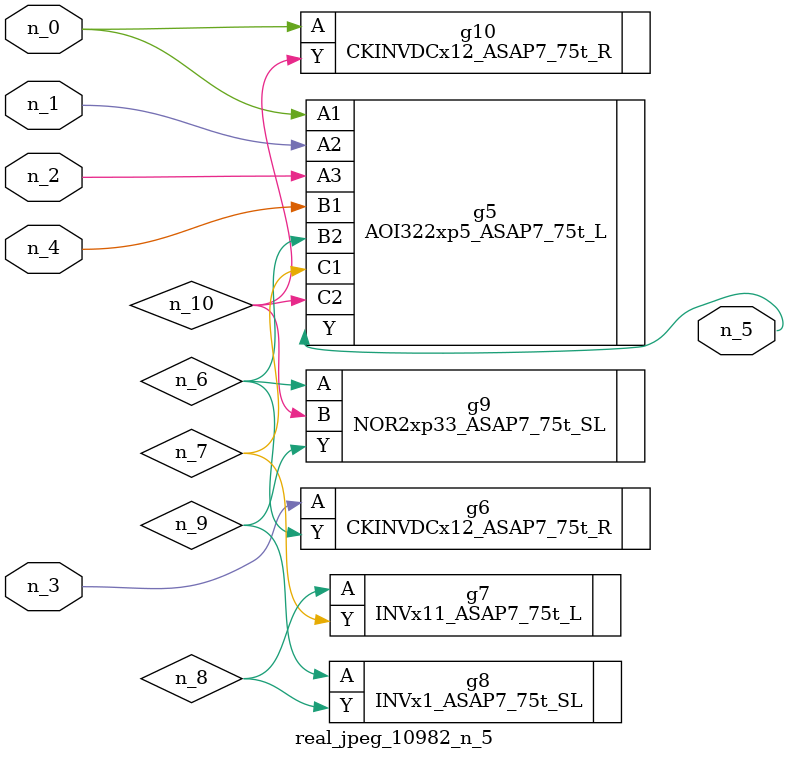
<source format=v>
module real_jpeg_10982_n_5 (n_4, n_0, n_1, n_2, n_3, n_5);

input n_4;
input n_0;
input n_1;
input n_2;
input n_3;

output n_5;

wire n_8;
wire n_6;
wire n_7;
wire n_10;
wire n_9;

AOI322xp5_ASAP7_75t_L g5 ( 
.A1(n_0),
.A2(n_1),
.A3(n_2),
.B1(n_4),
.B2(n_6),
.C1(n_7),
.C2(n_10),
.Y(n_5)
);

CKINVDCx12_ASAP7_75t_R g10 ( 
.A(n_0),
.Y(n_10)
);

CKINVDCx12_ASAP7_75t_R g6 ( 
.A(n_3),
.Y(n_6)
);

NOR2xp33_ASAP7_75t_SL g9 ( 
.A(n_6),
.B(n_10),
.Y(n_9)
);

INVx11_ASAP7_75t_L g7 ( 
.A(n_8),
.Y(n_7)
);

INVx1_ASAP7_75t_SL g8 ( 
.A(n_9),
.Y(n_8)
);


endmodule
</source>
